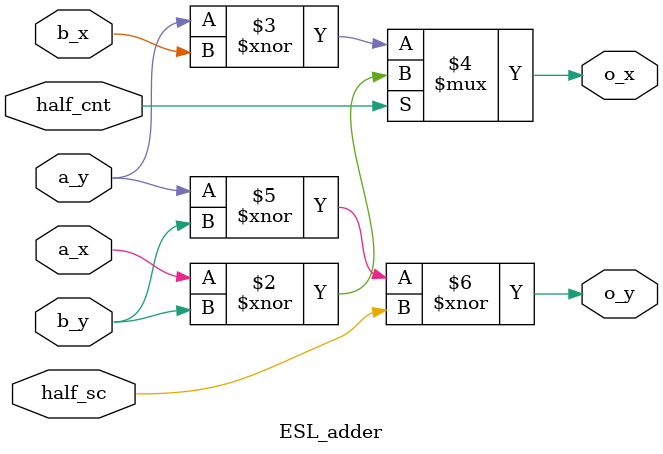
<source format=sv>
`include "sys_defs.svh"


module ESL_adder(
    input half_sc,
    input half_cnt,

    input a_x, a_y, b_x, b_y,

    output o_x, o_y
);

    assign o_x = (half_cnt == 1) ? a_x ~^ b_y : a_y ~^ b_x;
    assign o_y = a_y ~^ b_y ~^ half_sc;



endmodule

</source>
